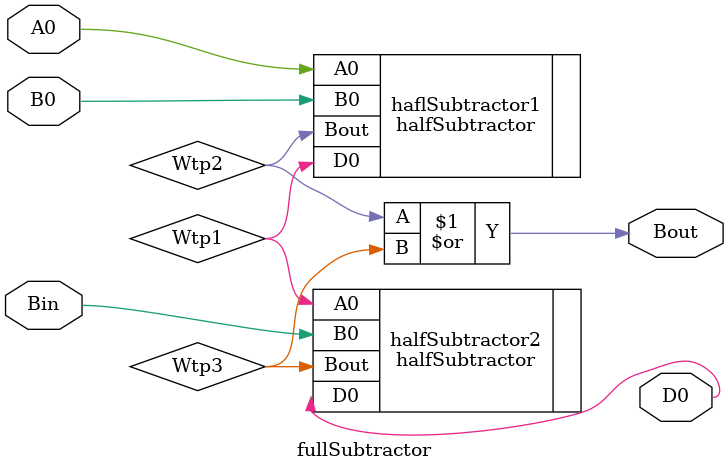
<source format=v>
module fullSubtractor (A0 , B0, Bin, Bout, D0);

input wire A0, B0, Bin;
output wire Bout, D0;
wire Wtp1, Wtp2, Wtp3;

halfSubtractor haflSubtractor1 (
  .A0     (A0),
  .B0     (B0),
  .D0     (Wtp1),
  .Bout   (Wtp2)
  );
  
  halfSubtractor halfSubtractor2 (
  
  .A0     (Wtp1),
  .B0     (Bin),
  .D0     (D0),
  .Bout   (Wtp3)
  );

  assign Bout=Wtp2|Wtp3;

endmodule
</source>
